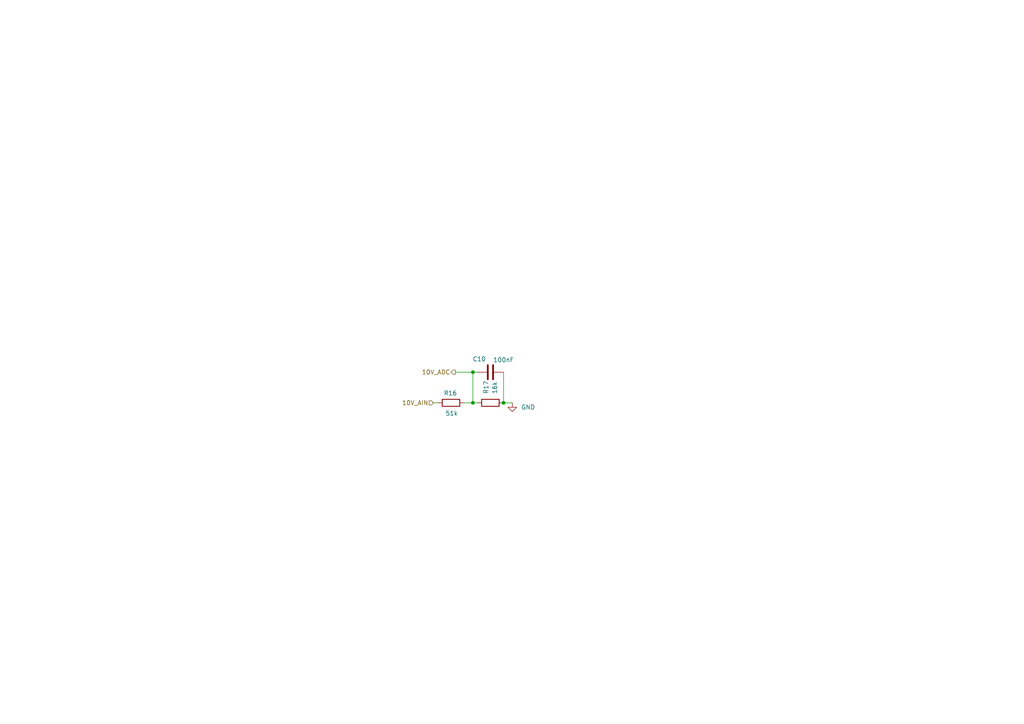
<source format=kicad_sch>
(kicad_sch
	(version 20250114)
	(generator "eeschema")
	(generator_version "9.0")
	(uuid "75d96c7c-c4c9-4ee6-addb-6438632cb428")
	(paper "A4")
	(lib_symbols
		(symbol "Device:C"
			(pin_numbers
				(hide yes)
			)
			(pin_names
				(offset 0.254)
			)
			(exclude_from_sim no)
			(in_bom yes)
			(on_board yes)
			(property "Reference" "C"
				(at 0.635 2.54 0)
				(effects
					(font
						(size 1.27 1.27)
					)
					(justify left)
				)
			)
			(property "Value" "C"
				(at 0.635 -2.54 0)
				(effects
					(font
						(size 1.27 1.27)
					)
					(justify left)
				)
			)
			(property "Footprint" ""
				(at 0.9652 -3.81 0)
				(effects
					(font
						(size 1.27 1.27)
					)
					(hide yes)
				)
			)
			(property "Datasheet" "~"
				(at 0 0 0)
				(effects
					(font
						(size 1.27 1.27)
					)
					(hide yes)
				)
			)
			(property "Description" "Unpolarized capacitor"
				(at 0 0 0)
				(effects
					(font
						(size 1.27 1.27)
					)
					(hide yes)
				)
			)
			(property "ki_keywords" "cap capacitor"
				(at 0 0 0)
				(effects
					(font
						(size 1.27 1.27)
					)
					(hide yes)
				)
			)
			(property "ki_fp_filters" "C_*"
				(at 0 0 0)
				(effects
					(font
						(size 1.27 1.27)
					)
					(hide yes)
				)
			)
			(symbol "C_0_1"
				(polyline
					(pts
						(xy -2.032 0.762) (xy 2.032 0.762)
					)
					(stroke
						(width 0.508)
						(type default)
					)
					(fill
						(type none)
					)
				)
				(polyline
					(pts
						(xy -2.032 -0.762) (xy 2.032 -0.762)
					)
					(stroke
						(width 0.508)
						(type default)
					)
					(fill
						(type none)
					)
				)
			)
			(symbol "C_1_1"
				(pin passive line
					(at 0 3.81 270)
					(length 2.794)
					(name "~"
						(effects
							(font
								(size 1.27 1.27)
							)
						)
					)
					(number "1"
						(effects
							(font
								(size 1.27 1.27)
							)
						)
					)
				)
				(pin passive line
					(at 0 -3.81 90)
					(length 2.794)
					(name "~"
						(effects
							(font
								(size 1.27 1.27)
							)
						)
					)
					(number "2"
						(effects
							(font
								(size 1.27 1.27)
							)
						)
					)
				)
			)
			(embedded_fonts no)
		)
		(symbol "Device:R"
			(pin_numbers
				(hide yes)
			)
			(pin_names
				(offset 0)
			)
			(exclude_from_sim no)
			(in_bom yes)
			(on_board yes)
			(property "Reference" "R"
				(at 2.032 0 90)
				(effects
					(font
						(size 1.27 1.27)
					)
				)
			)
			(property "Value" "R"
				(at 0 0 90)
				(effects
					(font
						(size 1.27 1.27)
					)
				)
			)
			(property "Footprint" ""
				(at -1.778 0 90)
				(effects
					(font
						(size 1.27 1.27)
					)
					(hide yes)
				)
			)
			(property "Datasheet" "~"
				(at 0 0 0)
				(effects
					(font
						(size 1.27 1.27)
					)
					(hide yes)
				)
			)
			(property "Description" "Resistor"
				(at 0 0 0)
				(effects
					(font
						(size 1.27 1.27)
					)
					(hide yes)
				)
			)
			(property "ki_keywords" "R res resistor"
				(at 0 0 0)
				(effects
					(font
						(size 1.27 1.27)
					)
					(hide yes)
				)
			)
			(property "ki_fp_filters" "R_*"
				(at 0 0 0)
				(effects
					(font
						(size 1.27 1.27)
					)
					(hide yes)
				)
			)
			(symbol "R_0_1"
				(rectangle
					(start -1.016 -2.54)
					(end 1.016 2.54)
					(stroke
						(width 0.254)
						(type default)
					)
					(fill
						(type none)
					)
				)
			)
			(symbol "R_1_1"
				(pin passive line
					(at 0 3.81 270)
					(length 1.27)
					(name "~"
						(effects
							(font
								(size 1.27 1.27)
							)
						)
					)
					(number "1"
						(effects
							(font
								(size 1.27 1.27)
							)
						)
					)
				)
				(pin passive line
					(at 0 -3.81 90)
					(length 1.27)
					(name "~"
						(effects
							(font
								(size 1.27 1.27)
							)
						)
					)
					(number "2"
						(effects
							(font
								(size 1.27 1.27)
							)
						)
					)
				)
			)
			(embedded_fonts no)
		)
		(symbol "power:GND"
			(power)
			(pin_numbers
				(hide yes)
			)
			(pin_names
				(offset 0)
				(hide yes)
			)
			(exclude_from_sim no)
			(in_bom yes)
			(on_board yes)
			(property "Reference" "#PWR"
				(at 0 -6.35 0)
				(effects
					(font
						(size 1.27 1.27)
					)
					(hide yes)
				)
			)
			(property "Value" "GND"
				(at 0 -3.81 0)
				(effects
					(font
						(size 1.27 1.27)
					)
				)
			)
			(property "Footprint" ""
				(at 0 0 0)
				(effects
					(font
						(size 1.27 1.27)
					)
					(hide yes)
				)
			)
			(property "Datasheet" ""
				(at 0 0 0)
				(effects
					(font
						(size 1.27 1.27)
					)
					(hide yes)
				)
			)
			(property "Description" "Power symbol creates a global label with name \"GND\" , ground"
				(at 0 0 0)
				(effects
					(font
						(size 1.27 1.27)
					)
					(hide yes)
				)
			)
			(property "ki_keywords" "global power"
				(at 0 0 0)
				(effects
					(font
						(size 1.27 1.27)
					)
					(hide yes)
				)
			)
			(symbol "GND_0_1"
				(polyline
					(pts
						(xy 0 0) (xy 0 -1.27) (xy 1.27 -1.27) (xy 0 -2.54) (xy -1.27 -1.27) (xy 0 -1.27)
					)
					(stroke
						(width 0)
						(type default)
					)
					(fill
						(type none)
					)
				)
			)
			(symbol "GND_1_1"
				(pin power_in line
					(at 0 0 270)
					(length 0)
					(name "~"
						(effects
							(font
								(size 1.27 1.27)
							)
						)
					)
					(number "1"
						(effects
							(font
								(size 1.27 1.27)
							)
						)
					)
				)
			)
			(embedded_fonts no)
		)
	)
	(junction
		(at 146.05 116.84)
		(diameter 0)
		(color 0 0 0 0)
		(uuid "576a65af-900e-4043-8456-50273e3d8a26")
	)
	(junction
		(at 137.16 116.84)
		(diameter 0)
		(color 0 0 0 0)
		(uuid "6fdbda12-2814-44bb-bc25-35c12aed7461")
	)
	(junction
		(at 137.16 107.95)
		(diameter 0)
		(color 0 0 0 0)
		(uuid "c58e4f90-ef83-46fd-989e-86b66d0de625")
	)
	(wire
		(pts
			(xy 134.62 116.84) (xy 137.16 116.84)
		)
		(stroke
			(width 0)
			(type default)
		)
		(uuid "0cdec24f-0387-4dd5-bf3b-ce2fd8d22981")
	)
	(wire
		(pts
			(xy 146.05 116.84) (xy 148.59 116.84)
		)
		(stroke
			(width 0)
			(type default)
		)
		(uuid "15cbce29-89b1-4768-ace9-a02455e8275a")
	)
	(wire
		(pts
			(xy 125.73 116.84) (xy 127 116.84)
		)
		(stroke
			(width 0)
			(type default)
		)
		(uuid "1a57fc18-aa71-4809-ac90-694f7eb5ba83")
	)
	(wire
		(pts
			(xy 137.16 107.95) (xy 138.43 107.95)
		)
		(stroke
			(width 0)
			(type default)
		)
		(uuid "4c49268d-67fe-4feb-8976-a2a835e1c165")
	)
	(wire
		(pts
			(xy 137.16 116.84) (xy 137.16 107.95)
		)
		(stroke
			(width 0)
			(type default)
		)
		(uuid "6ee47fe6-e151-43a5-a970-338c4a95a2f5")
	)
	(wire
		(pts
			(xy 146.05 116.84) (xy 146.05 107.95)
		)
		(stroke
			(width 0)
			(type default)
		)
		(uuid "9775a3c1-7f21-48e0-8c60-60e223360b33")
	)
	(wire
		(pts
			(xy 132.08 107.95) (xy 137.16 107.95)
		)
		(stroke
			(width 0)
			(type default)
		)
		(uuid "b897c583-4f8d-40a6-afb7-8c783906cc84")
	)
	(wire
		(pts
			(xy 137.16 116.84) (xy 138.43 116.84)
		)
		(stroke
			(width 0)
			(type default)
		)
		(uuid "feddcf5d-6552-4fbd-928b-b106d16b1e32")
	)
	(hierarchical_label "10V_ADC"
		(shape output)
		(at 132.08 107.95 180)
		(effects
			(font
				(size 1.27 1.27)
			)
			(justify right)
		)
		(uuid "09d10ce5-f483-4679-bde3-2ab585f65a5b")
	)
	(hierarchical_label "10V_AIN"
		(shape input)
		(at 125.73 116.84 180)
		(effects
			(font
				(size 1.27 1.27)
			)
			(justify right)
		)
		(uuid "64c87776-cb88-49af-af64-22542e4cdc0d")
	)
	(symbol
		(lib_id "Device:R")
		(at 142.24 116.84 90)
		(unit 1)
		(exclude_from_sim no)
		(in_bom yes)
		(on_board yes)
		(dnp no)
		(fields_autoplaced yes)
		(uuid "6a307f0c-dec4-453f-9a66-7cfa4624acbb")
		(property "Reference" "R17"
			(at 140.9699 114.3 0)
			(effects
				(font
					(size 1.27 1.27)
				)
				(justify left)
			)
		)
		(property "Value" "16k"
			(at 143.5099 114.3 0)
			(effects
				(font
					(size 1.27 1.27)
				)
				(justify left)
			)
		)
		(property "Footprint" ""
			(at 142.24 118.618 90)
			(effects
				(font
					(size 1.27 1.27)
				)
				(hide yes)
			)
		)
		(property "Datasheet" "~"
			(at 142.24 116.84 0)
			(effects
				(font
					(size 1.27 1.27)
				)
				(hide yes)
			)
		)
		(property "Description" "Resistor"
			(at 142.24 116.84 0)
			(effects
				(font
					(size 1.27 1.27)
				)
				(hide yes)
			)
		)
		(pin "1"
			(uuid "3720cc91-0a95-4030-90c2-6dc97c8656d3")
		)
		(pin "2"
			(uuid "9e5d8863-e5a3-42a4-9962-82d039142733")
		)
		(instances
			(project "NIVARA"
				(path "/8290cc18-06d0-4e02-a781-29a61ebc321a/9e4d7a0c-a5eb-4e88-9036-0c35e68b279a/8c13851c-1f51-45db-a0c3-d4fd67e1b6ee"
					(reference "R17")
					(unit 1)
				)
			)
		)
	)
	(symbol
		(lib_id "Device:C")
		(at 142.24 107.95 90)
		(unit 1)
		(exclude_from_sim no)
		(in_bom yes)
		(on_board yes)
		(dnp no)
		(uuid "709f7130-a31b-4f07-b5d5-e5606b340b6b")
		(property "Reference" "C10"
			(at 140.9699 104.14 90)
			(effects
				(font
					(size 1.27 1.27)
				)
				(justify left)
			)
		)
		(property "Value" "100nF"
			(at 149.098 104.394 90)
			(effects
				(font
					(size 1.27 1.27)
				)
				(justify left)
			)
		)
		(property "Footprint" ""
			(at 146.05 106.9848 0)
			(effects
				(font
					(size 1.27 1.27)
				)
				(hide yes)
			)
		)
		(property "Datasheet" "~"
			(at 142.24 107.95 0)
			(effects
				(font
					(size 1.27 1.27)
				)
				(hide yes)
			)
		)
		(property "Description" "Unpolarized capacitor"
			(at 142.24 107.95 0)
			(effects
				(font
					(size 1.27 1.27)
				)
				(hide yes)
			)
		)
		(pin "2"
			(uuid "795bd637-9872-4534-952e-73b2cb649aa6")
		)
		(pin "1"
			(uuid "59af38fd-916a-41c4-9e07-577ecf7bd300")
		)
		(instances
			(project "NIVARA"
				(path "/8290cc18-06d0-4e02-a781-29a61ebc321a/9e4d7a0c-a5eb-4e88-9036-0c35e68b279a/8c13851c-1f51-45db-a0c3-d4fd67e1b6ee"
					(reference "C10")
					(unit 1)
				)
			)
		)
	)
	(symbol
		(lib_id "power:GND")
		(at 148.59 116.84 0)
		(unit 1)
		(exclude_from_sim no)
		(in_bom yes)
		(on_board yes)
		(dnp no)
		(fields_autoplaced yes)
		(uuid "8926991f-06cf-4f9f-85d6-9ca4892d599e")
		(property "Reference" "#PWR041"
			(at 148.59 123.19 0)
			(effects
				(font
					(size 1.27 1.27)
				)
				(hide yes)
			)
		)
		(property "Value" "GND"
			(at 151.13 118.1099 0)
			(effects
				(font
					(size 1.27 1.27)
				)
				(justify left)
			)
		)
		(property "Footprint" ""
			(at 148.59 116.84 0)
			(effects
				(font
					(size 1.27 1.27)
				)
				(hide yes)
			)
		)
		(property "Datasheet" ""
			(at 148.59 116.84 0)
			(effects
				(font
					(size 1.27 1.27)
				)
				(hide yes)
			)
		)
		(property "Description" "Power symbol creates a global label with name \"GND\" , ground"
			(at 148.59 116.84 0)
			(effects
				(font
					(size 1.27 1.27)
				)
				(hide yes)
			)
		)
		(pin "1"
			(uuid "b6ed84ca-a022-4d89-92f5-831e034772cc")
		)
		(instances
			(project "NIVARA"
				(path "/8290cc18-06d0-4e02-a781-29a61ebc321a/9e4d7a0c-a5eb-4e88-9036-0c35e68b279a/8c13851c-1f51-45db-a0c3-d4fd67e1b6ee"
					(reference "#PWR041")
					(unit 1)
				)
			)
		)
	)
	(symbol
		(lib_id "Device:R")
		(at 130.81 116.84 90)
		(unit 1)
		(exclude_from_sim no)
		(in_bom yes)
		(on_board yes)
		(dnp no)
		(uuid "a15be0c1-3e2a-410a-887a-3ed22ce54612")
		(property "Reference" "R16"
			(at 132.588 114.046 90)
			(effects
				(font
					(size 1.27 1.27)
				)
				(justify left)
			)
		)
		(property "Value" "51k"
			(at 132.842 119.888 90)
			(effects
				(font
					(size 1.27 1.27)
				)
				(justify left)
			)
		)
		(property "Footprint" ""
			(at 130.81 118.618 90)
			(effects
				(font
					(size 1.27 1.27)
				)
				(hide yes)
			)
		)
		(property "Datasheet" "~"
			(at 130.81 116.84 0)
			(effects
				(font
					(size 1.27 1.27)
				)
				(hide yes)
			)
		)
		(property "Description" "Resistor"
			(at 130.81 116.84 0)
			(effects
				(font
					(size 1.27 1.27)
				)
				(hide yes)
			)
		)
		(pin "1"
			(uuid "417cd5e0-28e5-40a8-abf3-c874f604d0f0")
		)
		(pin "2"
			(uuid "feaa00ac-7655-494f-913b-45ccb5b8515f")
		)
		(instances
			(project "NIVARA"
				(path "/8290cc18-06d0-4e02-a781-29a61ebc321a/9e4d7a0c-a5eb-4e88-9036-0c35e68b279a/8c13851c-1f51-45db-a0c3-d4fd67e1b6ee"
					(reference "R16")
					(unit 1)
				)
			)
		)
	)
)

</source>
